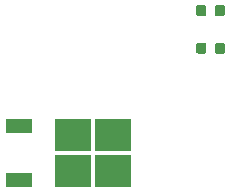
<source format=gtp>
G04 #@! TF.GenerationSoftware,KiCad,Pcbnew,(5.1.2)-2*
G04 #@! TF.CreationDate,2021-05-31T16:07:44+09:00*
G04 #@! TF.ProjectId,enc_can_2,656e635f-6361-46e5-9f32-2e6b69636164,rev?*
G04 #@! TF.SameCoordinates,Original*
G04 #@! TF.FileFunction,Paste,Top*
G04 #@! TF.FilePolarity,Positive*
%FSLAX46Y46*%
G04 Gerber Fmt 4.6, Leading zero omitted, Abs format (unit mm)*
G04 Created by KiCad (PCBNEW (5.1.2)-2) date 2021-05-31 16:07:44*
%MOMM*%
%LPD*%
G04 APERTURE LIST*
%ADD10C,0.100000*%
%ADD11C,0.875000*%
%ADD12R,2.200000X1.200000*%
%ADD13R,3.050000X2.750000*%
G04 APERTURE END LIST*
D10*
G36*
X127392691Y-110651053D02*
G01*
X127413926Y-110654203D01*
X127434750Y-110659419D01*
X127454962Y-110666651D01*
X127474368Y-110675830D01*
X127492781Y-110686866D01*
X127510024Y-110699654D01*
X127525930Y-110714070D01*
X127540346Y-110729976D01*
X127553134Y-110747219D01*
X127564170Y-110765632D01*
X127573349Y-110785038D01*
X127580581Y-110805250D01*
X127585797Y-110826074D01*
X127588947Y-110847309D01*
X127590000Y-110868750D01*
X127590000Y-111381250D01*
X127588947Y-111402691D01*
X127585797Y-111423926D01*
X127580581Y-111444750D01*
X127573349Y-111464962D01*
X127564170Y-111484368D01*
X127553134Y-111502781D01*
X127540346Y-111520024D01*
X127525930Y-111535930D01*
X127510024Y-111550346D01*
X127492781Y-111563134D01*
X127474368Y-111574170D01*
X127454962Y-111583349D01*
X127434750Y-111590581D01*
X127413926Y-111595797D01*
X127392691Y-111598947D01*
X127371250Y-111600000D01*
X126933750Y-111600000D01*
X126912309Y-111598947D01*
X126891074Y-111595797D01*
X126870250Y-111590581D01*
X126850038Y-111583349D01*
X126830632Y-111574170D01*
X126812219Y-111563134D01*
X126794976Y-111550346D01*
X126779070Y-111535930D01*
X126764654Y-111520024D01*
X126751866Y-111502781D01*
X126740830Y-111484368D01*
X126731651Y-111464962D01*
X126724419Y-111444750D01*
X126719203Y-111423926D01*
X126716053Y-111402691D01*
X126715000Y-111381250D01*
X126715000Y-110868750D01*
X126716053Y-110847309D01*
X126719203Y-110826074D01*
X126724419Y-110805250D01*
X126731651Y-110785038D01*
X126740830Y-110765632D01*
X126751866Y-110747219D01*
X126764654Y-110729976D01*
X126779070Y-110714070D01*
X126794976Y-110699654D01*
X126812219Y-110686866D01*
X126830632Y-110675830D01*
X126850038Y-110666651D01*
X126870250Y-110659419D01*
X126891074Y-110654203D01*
X126912309Y-110651053D01*
X126933750Y-110650000D01*
X127371250Y-110650000D01*
X127392691Y-110651053D01*
X127392691Y-110651053D01*
G37*
D11*
X127152500Y-111125000D03*
D10*
G36*
X125817691Y-110651053D02*
G01*
X125838926Y-110654203D01*
X125859750Y-110659419D01*
X125879962Y-110666651D01*
X125899368Y-110675830D01*
X125917781Y-110686866D01*
X125935024Y-110699654D01*
X125950930Y-110714070D01*
X125965346Y-110729976D01*
X125978134Y-110747219D01*
X125989170Y-110765632D01*
X125998349Y-110785038D01*
X126005581Y-110805250D01*
X126010797Y-110826074D01*
X126013947Y-110847309D01*
X126015000Y-110868750D01*
X126015000Y-111381250D01*
X126013947Y-111402691D01*
X126010797Y-111423926D01*
X126005581Y-111444750D01*
X125998349Y-111464962D01*
X125989170Y-111484368D01*
X125978134Y-111502781D01*
X125965346Y-111520024D01*
X125950930Y-111535930D01*
X125935024Y-111550346D01*
X125917781Y-111563134D01*
X125899368Y-111574170D01*
X125879962Y-111583349D01*
X125859750Y-111590581D01*
X125838926Y-111595797D01*
X125817691Y-111598947D01*
X125796250Y-111600000D01*
X125358750Y-111600000D01*
X125337309Y-111598947D01*
X125316074Y-111595797D01*
X125295250Y-111590581D01*
X125275038Y-111583349D01*
X125255632Y-111574170D01*
X125237219Y-111563134D01*
X125219976Y-111550346D01*
X125204070Y-111535930D01*
X125189654Y-111520024D01*
X125176866Y-111502781D01*
X125165830Y-111484368D01*
X125156651Y-111464962D01*
X125149419Y-111444750D01*
X125144203Y-111423926D01*
X125141053Y-111402691D01*
X125140000Y-111381250D01*
X125140000Y-110868750D01*
X125141053Y-110847309D01*
X125144203Y-110826074D01*
X125149419Y-110805250D01*
X125156651Y-110785038D01*
X125165830Y-110765632D01*
X125176866Y-110747219D01*
X125189654Y-110729976D01*
X125204070Y-110714070D01*
X125219976Y-110699654D01*
X125237219Y-110686866D01*
X125255632Y-110675830D01*
X125275038Y-110666651D01*
X125295250Y-110659419D01*
X125316074Y-110654203D01*
X125337309Y-110651053D01*
X125358750Y-110650000D01*
X125796250Y-110650000D01*
X125817691Y-110651053D01*
X125817691Y-110651053D01*
G37*
D11*
X125577500Y-111125000D03*
D10*
G36*
X127392691Y-107476053D02*
G01*
X127413926Y-107479203D01*
X127434750Y-107484419D01*
X127454962Y-107491651D01*
X127474368Y-107500830D01*
X127492781Y-107511866D01*
X127510024Y-107524654D01*
X127525930Y-107539070D01*
X127540346Y-107554976D01*
X127553134Y-107572219D01*
X127564170Y-107590632D01*
X127573349Y-107610038D01*
X127580581Y-107630250D01*
X127585797Y-107651074D01*
X127588947Y-107672309D01*
X127590000Y-107693750D01*
X127590000Y-108206250D01*
X127588947Y-108227691D01*
X127585797Y-108248926D01*
X127580581Y-108269750D01*
X127573349Y-108289962D01*
X127564170Y-108309368D01*
X127553134Y-108327781D01*
X127540346Y-108345024D01*
X127525930Y-108360930D01*
X127510024Y-108375346D01*
X127492781Y-108388134D01*
X127474368Y-108399170D01*
X127454962Y-108408349D01*
X127434750Y-108415581D01*
X127413926Y-108420797D01*
X127392691Y-108423947D01*
X127371250Y-108425000D01*
X126933750Y-108425000D01*
X126912309Y-108423947D01*
X126891074Y-108420797D01*
X126870250Y-108415581D01*
X126850038Y-108408349D01*
X126830632Y-108399170D01*
X126812219Y-108388134D01*
X126794976Y-108375346D01*
X126779070Y-108360930D01*
X126764654Y-108345024D01*
X126751866Y-108327781D01*
X126740830Y-108309368D01*
X126731651Y-108289962D01*
X126724419Y-108269750D01*
X126719203Y-108248926D01*
X126716053Y-108227691D01*
X126715000Y-108206250D01*
X126715000Y-107693750D01*
X126716053Y-107672309D01*
X126719203Y-107651074D01*
X126724419Y-107630250D01*
X126731651Y-107610038D01*
X126740830Y-107590632D01*
X126751866Y-107572219D01*
X126764654Y-107554976D01*
X126779070Y-107539070D01*
X126794976Y-107524654D01*
X126812219Y-107511866D01*
X126830632Y-107500830D01*
X126850038Y-107491651D01*
X126870250Y-107484419D01*
X126891074Y-107479203D01*
X126912309Y-107476053D01*
X126933750Y-107475000D01*
X127371250Y-107475000D01*
X127392691Y-107476053D01*
X127392691Y-107476053D01*
G37*
D11*
X127152500Y-107950000D03*
D10*
G36*
X125817691Y-107476053D02*
G01*
X125838926Y-107479203D01*
X125859750Y-107484419D01*
X125879962Y-107491651D01*
X125899368Y-107500830D01*
X125917781Y-107511866D01*
X125935024Y-107524654D01*
X125950930Y-107539070D01*
X125965346Y-107554976D01*
X125978134Y-107572219D01*
X125989170Y-107590632D01*
X125998349Y-107610038D01*
X126005581Y-107630250D01*
X126010797Y-107651074D01*
X126013947Y-107672309D01*
X126015000Y-107693750D01*
X126015000Y-108206250D01*
X126013947Y-108227691D01*
X126010797Y-108248926D01*
X126005581Y-108269750D01*
X125998349Y-108289962D01*
X125989170Y-108309368D01*
X125978134Y-108327781D01*
X125965346Y-108345024D01*
X125950930Y-108360930D01*
X125935024Y-108375346D01*
X125917781Y-108388134D01*
X125899368Y-108399170D01*
X125879962Y-108408349D01*
X125859750Y-108415581D01*
X125838926Y-108420797D01*
X125817691Y-108423947D01*
X125796250Y-108425000D01*
X125358750Y-108425000D01*
X125337309Y-108423947D01*
X125316074Y-108420797D01*
X125295250Y-108415581D01*
X125275038Y-108408349D01*
X125255632Y-108399170D01*
X125237219Y-108388134D01*
X125219976Y-108375346D01*
X125204070Y-108360930D01*
X125189654Y-108345024D01*
X125176866Y-108327781D01*
X125165830Y-108309368D01*
X125156651Y-108289962D01*
X125149419Y-108269750D01*
X125144203Y-108248926D01*
X125141053Y-108227691D01*
X125140000Y-108206250D01*
X125140000Y-107693750D01*
X125141053Y-107672309D01*
X125144203Y-107651074D01*
X125149419Y-107630250D01*
X125156651Y-107610038D01*
X125165830Y-107590632D01*
X125176866Y-107572219D01*
X125189654Y-107554976D01*
X125204070Y-107539070D01*
X125219976Y-107524654D01*
X125237219Y-107511866D01*
X125255632Y-107500830D01*
X125275038Y-107491651D01*
X125295250Y-107484419D01*
X125316074Y-107479203D01*
X125337309Y-107476053D01*
X125358750Y-107475000D01*
X125796250Y-107475000D01*
X125817691Y-107476053D01*
X125817691Y-107476053D01*
G37*
D11*
X125577500Y-107950000D03*
D12*
X110100000Y-117735000D03*
X110100000Y-122295000D03*
D13*
X118075000Y-121540000D03*
X114725000Y-118490000D03*
X118075000Y-118490000D03*
X114725000Y-121540000D03*
M02*

</source>
